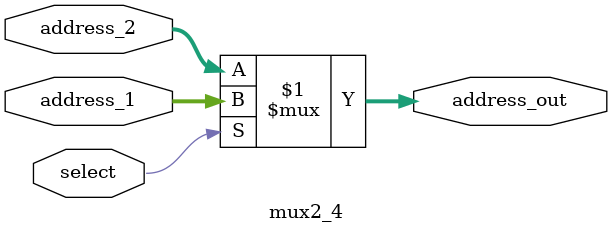
<source format=v>
module mux2_4(
  input [3:0] address_1,
  input [3:0] address_2,
  input select,
  output [3:0] address_out
  );

  assign address_out = select ? address_1 : address_2;

endmodule

</source>
